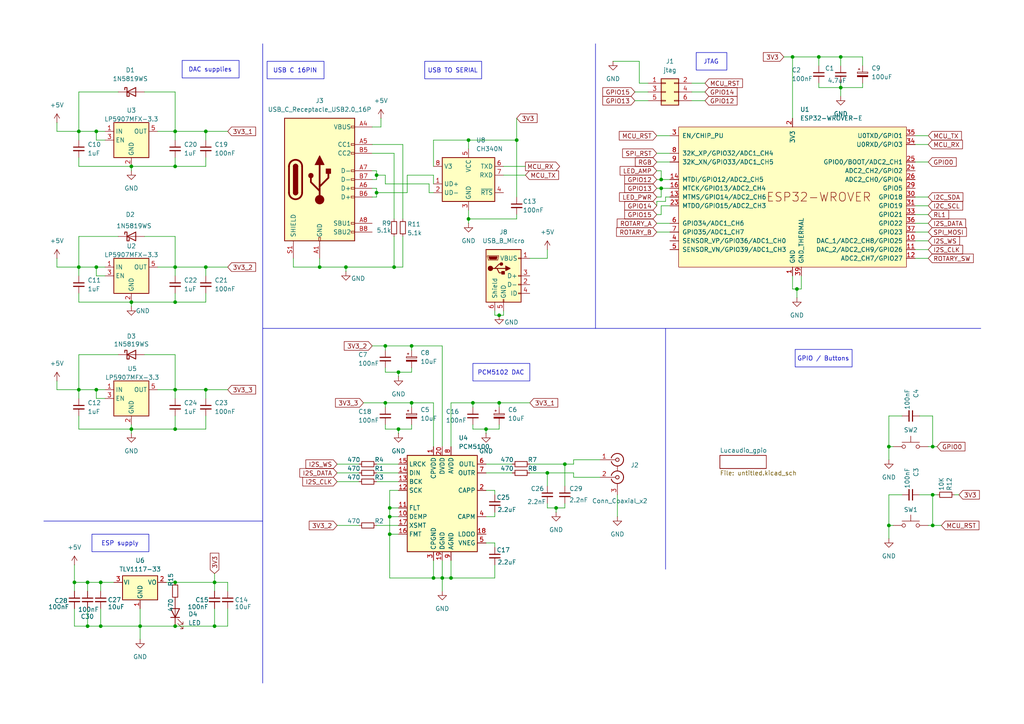
<source format=kicad_sch>
(kicad_sch (version 20231120) (generator "eeschema") (generator_version "8.0")
  (paper "A4")
  (title_block (title "LucaudioESP32") (date "2024-06-14") (rev "0.a") (comment 1 "Esp32 board running squeezelite for audio streaming"))
  (lib_symbols
    (symbol "Audio:PCM5100"
      (property "Reference" "U" (at -10.16 13.97 0))
      (property "Value" "PCM5100" (at 3.81 13.97 0))
      (symbol "PCM5100_1_1"
        (pin passive line (at -2.54 15.24 270) (length 2.54) (name "CPVDD") (number "1"))
        (pin input line (at -12.7 -5.08 0) (length 2.54) (name "DEMP") (number "10"))
        (pin input line (at -12.7 -2.54 0) (length 2.54) (name "FLT") (number "11"))
        (pin input line (at -12.7 2.54 0) (length 2.54) (name "SCK") (number "12"))
        (pin input line (at -12.7 5.08 0) (length 2.54) (name "BCK") (number "13"))
        (pin input line (at -12.7 7.62 0) (length 2.54) (name "DIN") (number "14"))
        (pin input line (at -12.7 10.16 0) (length 2.54) (name "LRCK") (number "15"))
        (pin input line (at -12.7 -10.16 0) (length 2.54) (name "FMT") (number "16"))
        (pin input line (at -12.7 -7.62 0) (length 2.54) (name "XSMT") (number "17"))
        (pin passive line (at 12.7 -10.16 180) (length 2.54) (name "LDOO") (number "18"))
        (pin power_in line (at 0 -17.78 90) (length 2.54) (name "DGND") (number "19"))
        (pin passive line (at 12.7 2.54 180) (length 2.54) (name "CAPP") (number "2"))
        (pin power_in line (at 0 15.24 270) (length 2.54) (name "DVDD") (number "20"))
        (pin power_in line (at -2.54 -17.78 90) (length 2.54) (name "CPGND") (number "3"))
        (pin passive line (at 12.7 -5.08 180) (length 2.54) (name "CAPM") (number "4"))
        (pin passive line (at 12.7 -12.7 180) (length 2.54) (name "VNEG") (number "5"))
        (pin output line (at 12.7 10.16 180) (length 2.54) (name "OUTL") (number "6"))
        (pin output line (at 12.7 7.62 180) (length 2.54) (name "OUTR") (number "7"))
        (pin power_in line (at 2.54 15.24 270) (length 2.54) (name "AVDD") (number "8"))
        (pin power_in line (at 2.54 -17.78 90) (length 2.54) (name "AGND") (number "9"))
      )
    )
    (symbol "Connector:Conn_Coaxial_x2" (pin_names (offset 1.016) hide)
      (property "Reference" "J" (at 0 5.715 0))
      (property "Value" "Conn_Coaxial_x2" (at 2.921 0 90))
      (symbol "Conn_Coaxial_x2_1_1"
        (pin passive line (at -5.08 2.54 0) (length 2.54) (name "IN1") (number "1"))
        (pin passive line (at -5.08 -2.54 0) (length 2.54) (name "IN2") (number "2"))
        (pin passive line (at 0 -7.62 90) (length 2.54) (name "EXT") (number "3"))
      )
    )
    (symbol "Connector:USB_B_Micro" (pin_names (offset 1.016))
      (property "Reference" "J" (at -5.08 11.43 0))
      (property "Value" "USB_B_Micro" (at -5.08 8.89 0))
      (symbol "USB_B_Micro_1_1"
        (pin power_out line (at 7.62 5.08 180) (length 2.54) (name "VBUS") (number "1"))
        (pin bidirectional line (at 7.62 -2.54 180) (length 2.54) (name "D-") (number "2"))
        (pin bidirectional line (at 7.62 0 180) (length 2.54) (name "D+") (number "3"))
        (pin passive line (at 7.62 -5.08 180) (length 2.54) (name "ID") (number "4"))
        (pin power_out line (at 0 -10.16 90) (length 2.54) (name "GND") (number "5"))
        (pin passive line (at -2.54 -10.16 90) (length 2.54) (name "Shield") (number "6"))
      )
    )
    (symbol "Connector:USB_C_Receptacle_USB2.0_16P" (pin_names (offset 1.016))
      (property "Reference" "J" (at 0 22.225 0))
      (property "Value" "USB_C_Receptacle_USB2.0_16P" (at 0 19.685 0))
      (symbol "USB_C_Receptacle_USB2.0_16P_1_1"
        (pin passive line (at 0 -22.86 90) (length 5.08) (name "GND") (number "A1"))
        (pin passive line (at 0 -22.86 90) (length 5.08) hide (name "GND") (number "A12"))
        (pin passive line (at 15.24 15.24 180) (length 5.08) (name "VBUS") (number "A4"))
        (pin bidirectional line (at 15.24 10.16 180) (length 5.08) (name "CC1") (number "A5"))
        (pin bidirectional line (at 15.24 -2.54 180) (length 5.08) (name "D+") (number "A6"))
        (pin bidirectional line (at 15.24 2.54 180) (length 5.08) (name "D-") (number "A7"))
        (pin bidirectional line (at 15.24 -12.7 180) (length 5.08) (name "SBU1") (number "A8"))
        (pin passive line (at 15.24 15.24 180) (length 5.08) hide (name "VBUS") (number "A9"))
        (pin passive line (at 0 -22.86 90) (length 5.08) hide (name "GND") (number "B1"))
        (pin passive line (at 0 -22.86 90) (length 5.08) hide (name "GND") (number "B12"))
        (pin passive line (at 15.24 15.24 180) (length 5.08) hide (name "VBUS") (number "B4"))
        (pin bidirectional line (at 15.24 7.62 180) (length 5.08) (name "CC2") (number "B5"))
        (pin bidirectional line (at 15.24 -5.08 180) (length 5.08) (name "D+") (number "B6"))
        (pin bidirectional line (at 15.24 0 180) (length 5.08) (name "D-") (number "B7"))
        (pin bidirectional line (at 15.24 -15.24 180) (length 5.08) (name "SBU2") (number "B8"))
        (pin passive line (at 15.24 15.24 180) (length 5.08) hide (name "VBUS") (number "B9"))
        (pin passive line (at -7.62 -22.86 90) (length 5.08) (name "SHIELD") (number "S1"))
      )
    )
    (symbol "Connector_Generic:Conn_02x03_Odd_Even" (pin_names (offset 1.016) hide)
      (property "Reference" "J" (at 1.27 5.08 0))
      (property "Value" "Conn_02x03_Odd_Even" (at 1.27 -5.08 0))
      (symbol "Conn_02x03_Odd_Even_1_1"
        (pin passive line (at -5.08 2.54 0) (length 3.81) (name "Pin_1") (number "1"))
        (pin passive line (at 7.62 2.54 180) (length 3.81) (name "Pin_2") (number "2"))
        (pin passive line (at -5.08 0 0) (length 3.81) (name "Pin_3") (number "3"))
        (pin passive line (at 7.62 0 180) (length 3.81) (name "Pin_4") (number "4"))
        (pin passive line (at -5.08 -2.54 0) (length 3.81) (name "Pin_5") (number "5"))
        (pin passive line (at 7.62 -2.54 180) (length 3.81) (name "Pin_6") (number "6"))
      )
    )
    (symbol "Device:C_Polarized_Small" (pin_numbers hide) (pin_names (offset 0.254) hide)
      (property "Reference" "C" (at 0.254 1.778 0))
      (property "Value" "C_Polarized_Small" (at 0.254 -2.032 0))
      (symbol "C_Polarized_Small_1_1"
        (pin passive line (at 0 2.54 270) (length 1.8542) (name "~") (number "1"))
        (pin passive line (at 0 -2.54 90) (length 1.8542) (name "~") (number "2"))
      )
    )
    (symbol "Device:C_Small" (pin_numbers hide) (pin_names (offset 0.254) hide)
      (property "Reference" "C" (at 0.254 1.778 0))
      (property "Value" "C_Small" (at 0.254 -2.032 0))
      (symbol "C_Small_1_1"
        (pin passive line (at 0 2.54 270) (length 2.032) (name "~") (number "1"))
        (pin passive line (at 0 -2.54 90) (length 2.032) (name "~") (number "2"))
      )
    )
    (symbol "Device:LED" (pin_numbers hide) (pin_names (offset 1.016) hide)
      (property "Reference" "D" (at 0 2.54 0))
      (property "Value" "LED" (at 0 -2.54 0))
      (symbol "LED_1_1"
        (pin passive line (at -3.81 0 0) (length 2.54) (name "K") (number "1"))
        (pin passive line (at 3.81 0 180) (length 2.54) (name "A") (number "2"))
      )
    )
    (symbol "Device:R_Small" (pin_numbers hide) (pin_names (offset 0.254) hide)
      (property "Reference" "R" (at 0.762 0.508 0))
      (property "Value" "R_Small" (at 0.762 -1.016 0))
      (symbol "R_Small_1_1"
        (pin passive line (at 0 2.54 270) (length 0.762) (name "~") (number "1"))
        (pin passive line (at 0 -2.54 90) (length 0.762) (name "~") (number "2"))
      )
    )
    (symbol "Diode:1N5819WS" (pin_numbers hide) (pin_names (offset 1.016) hide)
      (property "Reference" "D" (at 0 2.54 0))
      (property "Value" "1N5819WS" (at 0 -2.54 0))
      (symbol "1N5819WS_1_1"
        (pin passive line (at -3.81 0 0) (length 2.54) (name "K") (number "1"))
        (pin passive line (at 3.81 0 180) (length 2.54) (name "A") (number "2"))
      )
    )
    (symbol "Espressif:ESP32-WROVER-E" (pin_names (offset 1.016))
      (property "Reference" "U1" (at 2.1941 25.4 0))
      (property "Value" "ESP32-WROVER-E" (at 2.1941 22.86 0))
      (symbol "ESP32-WROVER-E_1_1"
        (text "ESP32-­WROVER" (at 7.62 0 0) (effects (font (size 2.54 2.54))))
        (pin power_in line (at 0 -22.86 90) (length 2.54) (name "GND") (number "1"))
        (pin bidirectional line (at 35.56 -12.7 180) (length 2.54) (name "DAC_1/ADC2_CH8/GPIO25") (number "10"))
        (pin bidirectional line (at 35.56 -15.24 180) (length 2.54) (name "DAC_2/ADC2_CH9/GPIO26") (number "11"))
        (pin bidirectional line (at 35.56 -17.78 180) (length 2.54) (name "ADC2_CH7/GPIO27") (number "12"))
        (pin bidirectional line (at -35.56 0 0) (length 2.54) (name "MTMS/GPIO14/ADC2_CH6") (number "13"))
        (pin bidirectional line (at -35.56 5.08 0) (length 2.54) (name "MTDI/GPIO12/ADC2_CH5") (number "14"))
        (pin passive line (at 0 -22.86 90) (length 2.54) hide (name "GND") (number "15"))
        (pin bidirectional line (at -35.56 2.54 0) (length 2.54) (name "MTCK/GPIO13/ADC2_CH4") (number "16"))
        (pin no_connect line (at -29.21 -22.86 90) (length 2.54) hide (name "NC") (number "17"))
        (pin no_connect line (at -8.89 -22.86 90) (length 2.54) hide (name "NC") (number "18"))
        (pin no_connect line (at -26.67 -22.86 90) (length 2.54) hide (name "NC") (number "19"))
        (pin power_in line (at 0 22.86 270) (length 2.54) (name "3V3") (number "2"))
        (pin no_connect line (at -24.13 -22.86 90) (length 2.54) hide (name "NC") (number "20"))
        (pin no_connect line (at -11.43 -22.86 90) (length 2.54) hide (name "NC") (number "21"))
        (pin no_connect line (at -13.97 -22.86 90) (length 2.54) hide (name "NC") (number "22"))
        (pin bidirectional line (at -35.56 -2.54 0) (length 2.54) (name "MTDO/GPIO15/ADC2_CH3") (number "23"))
        (pin bidirectional line (at 35.56 7.62 180) (length 2.54) (name "ADC2_CH2/GPIO2") (number "24"))
        (pin bidirectional line (at 35.56 10.16 180) (length 2.54) (name "GPIO0/BOOT/ADC2_CH1") (number "25"))
        (pin bidirectional line (at 35.56 5.08 180) (length 2.54) (name "ADC2_CH0/GPIO4") (number "26"))
        (pin no_connect line (at -16.51 -22.86 90) (length 2.54) hide (name "NC") (number "27"))
        (pin no_connect line (at -19.05 -22.86 90) (length 2.54) hide (name "NC") (number "28"))
        (pin bidirectional line (at 35.56 2.54 180) (length 2.54) (name "GPIO5") (number "29"))
        (pin input line (at -35.56 17.78 0) (length 2.54) (name "EN/CHIP_PU") (number "3"))
        (pin bidirectional line (at 35.56 0 180) (length 2.54) (name "GPIO18") (number "30"))
        (pin bidirectional line (at 35.56 -2.54 180) (length 2.54) (name "GPIO19") (number "31"))
        (pin no_connect line (at -21.59 -22.86 90) (length 2.54) hide (name "NC") (number "32"))
        (pin bidirectional line (at 35.56 -5.08 180) (length 2.54) (name "GPIO21") (number "33"))
        (pin bidirectional line (at 35.56 15.24 180) (length 2.54) (name "U0RXD/GPIO3") (number "34"))
        (pin bidirectional line (at 35.56 17.78 180) (length 2.54) (name "U0TXD/GPIO1") (number "35"))
        (pin bidirectional line (at 35.56 -7.62 180) (length 2.54) (name "GPIO22") (number "36"))
        (pin bidirectional line (at 35.56 -10.16 180) (length 2.54) (name "GPIO23") (number "37"))
        (pin passive line (at 0 -22.86 90) (length 2.54) hide (name "GND") (number "38"))
        (pin power_in line (at 2.54 -22.86 90) (length 2.54) (name "GND_THERMAL") (number "39"))
        (pin input line (at -35.56 -12.7 0) (length 2.54) (name "SENSOR_VP/GPIO36/ADC1_CH0") (number "4"))
        (pin input line (at -35.56 -15.24 0) (length 2.54) (name "SENSOR_VN/GPIO39/ADC1_CH3") (number "5"))
        (pin input line (at -35.56 -7.62 0) (length 2.54) (name "GPIO34/ADC1_CH6") (number "6"))
        (pin input line (at -35.56 -10.16 0) (length 2.54) (name "GPIO35/ADC1_CH7") (number "7"))
        (pin bidirectional line (at -35.56 12.7 0) (length 2.54) (name "32K_XP/GPIO32/ADC1_CH4") (number "8"))
        (pin bidirectional line (at -35.56 10.16 0) (length 2.54) (name "32K_XN/GPIO33/ADC1_CH5") (number "9"))
      )
    )
    (symbol "Interface_USB:CH340N"
      (property "Reference" "U" (at -7.62 6.35 0))
      (property "Value" "CH340N" (at 7.62 6.35 0))
      (symbol "CH340N_1_1"
        (pin bidirectional line (at -10.16 -2.54 0) (length 2.54) (name "UD+") (number "1"))
        (pin bidirectional line (at -10.16 -5.08 0) (length 2.54) (name "UD-") (number "2"))
        (pin power_in line (at 0 -10.16 90) (length 2.54) (name "GND") (number "3"))
        (pin output line (at 10.16 -5.08 180) (length 2.54) (name "~{RTS}") (number "4"))
        (pin power_in line (at 0 7.62 270) (length 2.54) (name "VCC") (number "5"))
        (pin output line (at 10.16 2.54 180) (length 2.54) (name "TXD") (number "6"))
        (pin input line (at 10.16 0 180) (length 2.54) (name "RXD") (number "7"))
        (pin passive line (at -10.16 2.54 0) (length 2.54) (name "V3") (number "8"))
      )
    )
    (symbol "Regulator_Linear:LP5907MFX-3.3"
      (property "Reference" "U" (at -3.81 6.35 0))
      (property "Value" "LP5907MFX-3.3" (at 6.35 6.35 0))
      (symbol "LP5907MFX-3.3_0_1"
        (pin power_in line (at -7.62 2.54 0) (length 2.54) (name "IN") (number "1"))
        (pin power_in line (at 0 -7.62 90) (length 2.54) (name "GND") (number "2"))
        (pin input line (at -7.62 0 0) (length 2.54) (name "EN") (number "3"))
        (pin no_connect line (at 5.08 0 180) (length 2.54) hide (name "NC") (number "4"))
        (pin power_out line (at 7.62 2.54 180) (length 2.54) (name "OUT") (number "5"))
      )
    )
    (symbol "Regulator_Linear:TLV1117-33" (pin_names (offset 0.254))
      (property "Reference" "U" (at -3.81 3.175 0))
      (property "Value" "TLV1117-33" (at 0 3.175 0))
      (symbol "TLV1117-33_1_1"
        (pin power_in line (at 0 -7.62 90) (length 2.54) (name "GND") (number "1"))
        (pin power_out line (at 7.62 0 180) (length 2.54) (name "VO") (number "2"))
        (pin power_in line (at -7.62 0 0) (length 2.54) (name "VI") (number "3"))
      )
    )
    (symbol "Switch:SW_Omron_B3FS" (pin_numbers hide) (pin_names (offset 1.016) hide)
      (property "Reference" "SW" (at 1.27 2.54 0))
      (property "Value" "SW_Omron_B3FS" (at 0 -1.524 0))
      (symbol "SW_Omron_B3FS_0_1"
        (pin passive line (at -5.08 0 0) (length 2.54) (name "1") (number "1"))
        (pin passive line (at 5.08 0 180) (length 2.54) (name "2") (number "2"))
      )
    )
    (symbol "power:+5V" (power) (pin_numbers hide) (pin_names (offset 0) hide)
      (property "Value" "+5V" (at 0 3.556 0))
      (symbol "+5V_1_1"
        (pin power_in line (at 0 0 90) (length 0) (name "~") (number "1"))
      )
    )
    (symbol "power:GND" (power) (pin_numbers hide) (pin_names (offset 0) hide)
      (property "Value" "GND" (at 0 -3.81 0))
      (symbol "GND_1_1"
        (pin power_in line (at 0 0 270) (length 0) (name "~") (number "1"))
      )
    )
  )
  (junction (at 62.23 168.91))
  (junction (at 191.77 52.07))
  (junction (at 50.8 181.61))
  (junction (at 38.1 48.26))
  (junction (at 111.76 116.84))
  (junction (at 59.69 38.1))
  (junction (at 128.27 167.64))
  (junction (at 130.81 167.64))
  (junction (at 50.8 48.26))
  (junction (at 113.03 149.86))
  (junction (at 100.33 77.47))
  (junction (at 109.22 55.88))
  (junction (at 144.78 91.44))
  (junction (at 22.86 113.03))
  (junction (at 229.87 16.51))
  (junction (at 25.4 168.91))
  (junction (at 50.8 124.46))
  (junction (at 21.59 168.91))
  (junction (at 50.8 77.47))
  (junction (at 158.75 137.16))
  (junction (at 137.16 116.84))
  (junction (at 50.8 113.03))
  (junction (at 270.51 129.54))
  (junction (at 27.94 113.03))
  (junction (at 38.1 124.46))
  (junction (at 119.38 116.84))
  (junction (at 243.84 16.51))
  (junction (at 59.69 77.47))
  (junction (at 62.23 181.61))
  (junction (at 111.76 100.33))
  (junction (at 161.29 147.32))
  (junction (at 59.69 113.03))
  (junction (at 115.57 107.95))
  (junction (at 40.64 181.61))
  (junction (at 29.21 181.61))
  (junction (at 125.73 167.64))
  (junction (at 149.86 40.64))
  (junction (at 243.84 25.4))
  (junction (at 119.38 100.33))
  (junction (at 257.81 152.4))
  (junction (at 109.22 50.8))
  (junction (at 270.51 152.4))
  (junction (at 92.71 77.47))
  (junction (at 27.94 77.47))
  (junction (at 113.03 147.32))
  (junction (at 257.81 129.54))
  (junction (at 50.8 87.63))
  (junction (at 270.51 143.51))
  (junction (at 115.57 124.46))
  (junction (at 113.03 154.94))
  (junction (at 22.86 77.47))
  (junction (at 114.3 77.47))
  (junction (at 22.86 38.1))
  (junction (at 50.8 38.1))
  (junction (at 191.77 54.61))
  (junction (at 38.1 87.63))
  (junction (at 27.94 38.1))
  (junction (at 50.8 168.91))
  (junction (at 144.78 116.84))
  (junction (at 135.89 63.5))
  (junction (at 163.83 134.62))
  (junction (at 237.49 16.51))
  (junction (at 29.21 168.91))
  (junction (at 25.4 181.61))
  (junction (at 135.89 40.64))
  (junction (at 231.14 83.82))
  (junction (at 140.97 124.46))
  (wire (pts (xy 29.21 181.61) (xy 25.4 181.61)))
  (wire (pts (xy 243.84 16.51) (xy 237.49 16.51)))
  (wire (pts (xy 143.51 157.48) (xy 143.51 158.75)))
  (wire (pts (xy 144.78 123.19) (xy 144.78 124.46)))
  (wire (pts (xy 237.49 19.05) (xy 237.49 16.51)))
  (wire (pts (xy 107.95 54.61) (xy 109.22 54.61)))
  (wire (pts (xy 50.8 68.58) (xy 50.8 77.47)))
  (wire (pts (xy 191.77 57.15) (xy 191.77 54.61)))
  (wire (pts (xy 119.38 116.84) (xy 119.38 118.11)))
  (wire (pts (xy 34.29 26.67) (xy 22.86 26.67)))
  (wire (pts (xy 173.99 138.43) (xy 166.37 138.43)))
  (wire (pts (xy 66.04 168.91) (xy 66.04 171.45)))
  (wire (pts (xy 85.09 77.47) (xy 92.71 77.47)))
  (wire (pts (xy 190.5 44.45) (xy 194.31 44.45)))
  (wire (pts (xy 158.75 137.16) (xy 166.37 137.16)))
  (wire (pts (xy 109.22 137.16) (xy 115.57 137.16)))
  (wire (pts (xy 137.16 123.19) (xy 137.16 124.46)))
  (wire (pts (xy 30.48 40.64) (xy 27.94 40.64)))
  (wire (pts (xy 140.97 137.16) (xy 148.59 137.16)))
  (wire (pts (xy 265.43 39.37) (xy 269.24 39.37)))
  (wire (pts (xy 111.76 53.34) (xy 124.46 53.34)))
  (wire (pts (xy 119.38 107.95) (xy 115.57 107.95)))
  (wire (pts (xy 27.94 80.01) (xy 27.94 77.47)))
  (wire (pts (xy 190.5 59.69) (xy 190.5 58.42)))
  (wire (pts (xy 193.04 58.42) (xy 193.04 57.15)))
  (wire (pts (xy 190.5 46.99) (xy 194.31 46.99)))
  (wire (pts (xy 38.1 124.46) (xy 38.1 125.73)))
  (wire (pts (xy 149.86 63.5) (xy 135.89 63.5)))
  (wire (pts (xy 137.16 116.84) (xy 130.81 116.84)))
  (wire (pts (xy 153.67 134.62) (xy 163.83 134.62)))
  (wire (pts (xy 114.3 68.58) (xy 114.3 77.47)))
  (wire (pts (xy 50.8 26.67) (xy 50.8 38.1)))
  (polyline (pts (xy 172.72 12.7) (xy 172.72 95.25)))
  (wire (pts (xy 200.66 29.21) (xy 204.47 29.21)))
  (wire (pts (xy 113.03 149.86) (xy 113.03 147.32)))
  (wire (pts (xy 29.21 168.91) (xy 25.4 168.91)))
  (wire (pts (xy 34.29 68.58) (xy 22.86 68.58)))
  (wire (pts (xy 59.69 120.65) (xy 59.69 124.46)))
  (wire (pts (xy 257.81 152.4) (xy 259.08 152.4)))
  (wire (pts (xy 237.49 24.13) (xy 237.49 25.4)))
  (wire (pts (xy 128.27 100.33) (xy 128.27 129.54)))
  (wire (pts (xy 59.69 115.57) (xy 59.69 113.03)))
  (wire (pts (xy 153.67 116.84) (xy 144.78 116.84)))
  (wire (pts (xy 22.86 48.26) (xy 38.1 48.26)))
  (wire (pts (xy 190.5 54.61) (xy 191.77 54.61)))
  (wire (pts (xy 41.91 26.67) (xy 50.8 26.67)))
  (wire (pts (xy 66.04 176.53) (xy 66.04 181.61)))
  (wire (pts (xy 40.64 181.61) (xy 50.8 181.61)))
  (wire (pts (xy 59.69 45.72) (xy 59.69 48.26)))
  (wire (pts (xy 135.89 60.96) (xy 135.89 63.5)))
  (wire (pts (xy 144.78 116.84) (xy 137.16 116.84)))
  (wire (pts (xy 22.86 45.72) (xy 22.86 48.26)))
  (wire (pts (xy 229.87 16.51) (xy 229.87 34.29)))
  (wire (pts (xy 243.84 24.13) (xy 243.84 25.4)))
  (wire (pts (xy 190.5 62.23) (xy 191.77 62.23)))
  (wire (pts (xy 143.51 163.83) (xy 143.51 167.64)))
  (wire (pts (xy 50.8 48.26) (xy 50.8 45.72)))
  (wire (pts (xy 97.79 139.7) (xy 104.14 139.7)))
  (wire (pts (xy 59.69 40.64) (xy 59.69 38.1)))
  (wire (pts (xy 237.49 25.4) (xy 243.84 25.4)))
  (wire (pts (xy 232.41 80.01) (xy 232.41 83.82)))
  (wire (pts (xy 143.51 148.59) (xy 143.51 149.86)))
  (wire (pts (xy 111.76 116.84) (xy 111.76 118.11)))
  (wire (pts (xy 130.81 116.84) (xy 130.81 129.54)))
  (wire (pts (xy 115.57 125.73) (xy 115.57 124.46)))
  (wire (pts (xy 143.51 142.24) (xy 140.97 142.24)))
  (wire (pts (xy 59.69 38.1) (xy 66.04 38.1)))
  (wire (pts (xy 109.22 55.88) (xy 109.22 57.15)))
  (wire (pts (xy 144.78 91.44) (xy 143.51 91.44)))
  (wire (pts (xy 231.14 83.82) (xy 231.14 86.36)))
  (wire (pts (xy 250.19 19.05) (xy 250.19 16.51)))
  (wire (pts (xy 191.77 59.69) (xy 194.31 59.69)))
  (wire (pts (xy 193.04 57.15) (xy 194.31 57.15)))
  (wire (pts (xy 113.03 154.94) (xy 113.03 149.86)))
  (wire (pts (xy 29.21 168.91) (xy 29.21 171.45)))
  (wire (pts (xy 143.51 167.64) (xy 130.81 167.64)))
  (wire (pts (xy 119.38 106.68) (xy 119.38 107.95)))
  (wire (pts (xy 265.43 41.91) (xy 269.24 41.91)))
  (wire (pts (xy 109.22 55.88) (xy 118.11 55.88)))
  (polyline (pts (xy 76.2 151.13) (xy 76.2 198.12)))
  (wire (pts (xy 125.73 167.64) (xy 128.27 167.64)))
  (wire (pts (xy 59.69 77.47) (xy 59.69 80.01)))
  (wire (pts (xy 229.87 83.82) (xy 231.14 83.82)))
  (wire (pts (xy 30.48 80.01) (xy 27.94 80.01)))
  (wire (pts (xy 111.76 100.33) (xy 111.76 101.6)))
  (wire (pts (xy 21.59 181.61) (xy 25.4 181.61)))
  (wire (pts (xy 97.79 134.62) (xy 104.14 134.62)))
  (wire (pts (xy 41.91 68.58) (xy 50.8 68.58)))
  (wire (pts (xy 111.76 107.95) (xy 115.57 107.95)))
  (wire (pts (xy 114.3 44.45) (xy 107.95 44.45)))
  (wire (pts (xy 161.29 147.32) (xy 158.75 147.32)))
  (wire (pts (xy 177.8 17.78) (xy 185.42 17.78)))
  (wire (pts (xy 257.81 120.65) (xy 257.81 129.54)))
  (wire (pts (xy 22.86 113.03) (xy 22.86 115.57)))
  (wire (pts (xy 22.86 38.1) (xy 22.86 40.64)))
  (wire (pts (xy 109.22 50.8) (xy 109.22 52.07)))
  (wire (pts (xy 135.89 63.5) (xy 135.89 64.77)))
  (wire (pts (xy 111.76 100.33) (xy 119.38 100.33)))
  (wire (pts (xy 137.16 116.84) (xy 137.16 118.11)))
  (wire (pts (xy 166.37 138.43) (xy 166.37 137.16)))
  (wire (pts (xy 125.73 48.26) (xy 125.73 40.64)))
  (wire (pts (xy 50.8 40.64) (xy 50.8 38.1)))
  (wire (pts (xy 92.71 77.47) (xy 92.71 74.93)))
  (wire (pts (xy 116.84 41.91) (xy 107.95 41.91)))
  (wire (pts (xy 185.42 17.78) (xy 185.42 24.13)))
  (wire (pts (xy 22.86 77.47) (xy 27.94 77.47)))
  (wire (pts (xy 161.29 148.59) (xy 161.29 147.32)))
  (wire (pts (xy 85.09 74.93) (xy 85.09 77.47)))
  (wire (pts (xy 116.84 63.5) (xy 116.84 41.91)))
  (wire (pts (xy 100.33 77.47) (xy 92.71 77.47)))
  (wire (pts (xy 50.8 87.63) (xy 38.1 87.63)))
  (wire (pts (xy 163.83 134.62) (xy 163.83 140.97)))
  (wire (pts (xy 265.43 69.85) (xy 269.24 69.85)))
  (wire (pts (xy 109.22 52.07) (xy 107.95 52.07)))
  (wire (pts (xy 124.46 55.88) (xy 125.73 55.88)))
  (wire (pts (xy 158.75 137.16) (xy 158.75 140.97)))
  (wire (pts (xy 25.4 168.91) (xy 21.59 168.91)))
  (wire (pts (xy 276.86 143.51) (xy 278.13 143.51)))
  (wire (pts (xy 232.41 83.82) (xy 231.14 83.82)))
  (polyline (pts (xy 76.2 95.25) (xy 284.48 95.25)))
  (wire (pts (xy 190.5 57.15) (xy 191.77 57.15)))
  (wire (pts (xy 191.77 52.07) (xy 194.31 52.07)))
  (wire (pts (xy 270.51 120.65) (xy 270.51 129.54)))
  (wire (pts (xy 21.59 168.91) (xy 21.59 163.83)))
  (wire (pts (xy 163.83 147.32) (xy 161.29 147.32)))
  (wire (pts (xy 16.51 35.56) (xy 16.51 38.1)))
  (wire (pts (xy 109.22 134.62) (xy 115.57 134.62)))
  (wire (pts (xy 128.27 162.56) (xy 128.27 167.64)))
  (wire (pts (xy 45.72 38.1) (xy 50.8 38.1)))
  (wire (pts (xy 190.5 67.31) (xy 194.31 67.31)))
  (wire (pts (xy 22.86 87.63) (xy 38.1 87.63)))
  (wire (pts (xy 130.81 162.56) (xy 130.81 167.64)))
  (polyline (pts (xy 76.2 12.7) (xy 76.2 151.13)))
  (wire (pts (xy 50.8 77.47) (xy 59.69 77.47)))
  (wire (pts (xy 59.69 85.09) (xy 59.69 87.63)))
  (wire (pts (xy 111.76 124.46) (xy 111.76 123.19)))
  (wire (pts (xy 116.84 68.58) (xy 116.84 77.47)))
  (wire (pts (xy 109.22 49.53) (xy 109.22 50.8)))
  (wire (pts (xy 250.19 25.4) (xy 250.19 24.13)))
  (wire (pts (xy 34.29 102.87) (xy 22.86 102.87)))
  (wire (pts (xy 59.69 113.03) (xy 50.8 113.03)))
  (wire (pts (xy 119.38 116.84) (xy 125.73 116.84)))
  (wire (pts (xy 111.76 50.8) (xy 111.76 53.34)))
  (wire (pts (xy 270.51 152.4) (xy 273.05 152.4)))
  (wire (pts (xy 140.97 134.62) (xy 148.59 134.62)))
  (wire (pts (xy 113.03 142.24) (xy 113.03 147.32)))
  (wire (pts (xy 38.1 48.26) (xy 50.8 48.26)))
  (wire (pts (xy 250.19 16.51) (xy 243.84 16.51)))
  (wire (pts (xy 243.84 25.4) (xy 250.19 25.4)))
  (wire (pts (xy 261.62 120.65) (xy 257.81 120.65)))
  (wire (pts (xy 16.51 77.47) (xy 22.86 77.47)))
  (wire (pts (xy 109.22 139.7) (xy 115.57 139.7)))
  (wire (pts (xy 191.77 49.53) (xy 191.77 52.07)))
  (wire (pts (xy 59.69 124.46) (xy 50.8 124.46)))
  (wire (pts (xy 191.77 54.61) (xy 194.31 54.61)))
  (wire (pts (xy 270.51 143.51) (xy 271.78 143.51)))
  (wire (pts (xy 143.51 91.44) (xy 143.51 90.17)))
  (wire (pts (xy 22.86 85.09) (xy 22.86 87.63)))
  (wire (pts (xy 265.43 72.39) (xy 269.24 72.39)))
  (wire (pts (xy 22.86 38.1) (xy 27.94 38.1)))
  (wire (pts (xy 143.51 143.51) (xy 143.51 142.24)))
  (wire (pts (xy 144.78 116.84) (xy 144.78 118.11)))
  (wire (pts (xy 115.57 142.24) (xy 113.03 142.24)))
  (wire (pts (xy 265.43 57.15) (xy 269.24 57.15)))
  (wire (pts (xy 158.75 72.39) (xy 158.75 74.93)))
  (wire (pts (xy 125.73 116.84) (xy 125.73 129.54)))
  (wire (pts (xy 265.43 59.69) (xy 269.24 59.69)))
  (wire (pts (xy 270.51 143.51) (xy 270.51 152.4)))
  (wire (pts (xy 113.03 147.32) (xy 115.57 147.32)))
  (wire (pts (xy 50.8 38.1) (xy 59.69 38.1)))
  (polyline (pts (xy 193.04 95.25) (xy 193.04 165.1)))
  (wire (pts (xy 184.15 29.21) (xy 187.96 29.21)))
  (wire (pts (xy 41.91 102.87) (xy 50.8 102.87)))
  (wire (pts (xy 107.95 49.53) (xy 109.22 49.53)))
  (wire (pts (xy 158.75 147.32) (xy 158.75 146.05)))
  (wire (pts (xy 163.83 146.05) (xy 163.83 147.32)))
  (wire (pts (xy 109.22 54.61) (xy 109.22 55.88)))
  (wire (pts (xy 113.03 167.64) (xy 125.73 167.64)))
  (wire (pts (xy 22.86 26.67) (xy 22.86 38.1)))
  (wire (pts (xy 185.42 24.13) (xy 187.96 24.13)))
  (wire (pts (xy 38.1 48.26) (xy 38.1 49.53)))
  (wire (pts (xy 109.22 50.8) (xy 111.76 50.8)))
  (wire (pts (xy 109.22 152.4) (xy 115.57 152.4)))
  (wire (pts (xy 158.75 74.93) (xy 153.67 74.93)))
  (wire (pts (xy 22.86 120.65) (xy 22.86 124.46)))
  (wire (pts (xy 62.23 168.91) (xy 62.23 171.45)))
  (wire (pts (xy 50.8 124.46) (xy 38.1 124.46)))
  (wire (pts (xy 48.26 168.91) (xy 50.8 168.91)))
  (wire (pts (xy 59.69 77.47) (xy 66.04 77.47)))
  (wire (pts (xy 200.66 26.67) (xy 204.47 26.67)))
  (wire (pts (xy 45.72 113.03) (xy 50.8 113.03)))
  (wire (pts (xy 116.84 77.47) (xy 114.3 77.47)))
  (wire (pts (xy 257.81 129.54) (xy 259.08 129.54)))
  (wire (pts (xy 149.86 34.29) (xy 149.86 40.64)))
  (wire (pts (xy 257.81 156.21) (xy 257.81 152.4)))
  (wire (pts (xy 140.97 157.48) (xy 143.51 157.48)))
  (wire (pts (xy 125.73 40.64) (xy 135.89 40.64)))
  (wire (pts (xy 229.87 80.01) (xy 229.87 83.82)))
  (wire (pts (xy 130.81 167.64) (xy 128.27 167.64)))
  (wire (pts (xy 38.1 87.63) (xy 38.1 88.9)))
  (wire (pts (xy 190.5 49.53) (xy 191.77 49.53)))
  (wire (pts (xy 140.97 124.46) (xy 140.97 125.73)))
  (wire (pts (xy 190.5 52.07) (xy 191.77 52.07)))
  (wire (pts (xy 107.95 36.83) (xy 110.49 36.83)))
  (wire (pts (xy 16.51 38.1) (xy 22.86 38.1)))
  (wire (pts (xy 25.4 168.91) (xy 25.4 171.45)))
  (wire (pts (xy 243.84 19.05) (xy 243.84 16.51)))
  (wire (pts (xy 146.05 91.44) (xy 144.78 91.44)))
  (wire (pts (xy 50.8 181.61) (xy 62.23 181.61)))
  (wire (pts (xy 265.43 62.23) (xy 269.24 62.23)))
  (wire (pts (xy 50.8 168.91) (xy 62.23 168.91)))
  (polyline (pts (xy 12.7 151.13) (xy 76.2 151.13)))
  (wire (pts (xy 16.51 74.93) (xy 16.51 77.47)))
  (wire (pts (xy 111.76 106.68) (xy 111.76 107.95)))
  (wire (pts (xy 33.02 168.91) (xy 29.21 168.91)))
  (wire (pts (xy 40.64 176.53) (xy 40.64 181.61)))
  (wire (pts (xy 50.8 85.09) (xy 50.8 87.63)))
  (wire (pts (xy 97.79 152.4) (xy 104.14 152.4)))
  (wire (pts (xy 27.94 38.1) (xy 30.48 38.1)))
  (wire (pts (xy 27.94 113.03) (xy 30.48 113.03)))
  (wire (pts (xy 261.62 143.51) (xy 257.81 143.51)))
  (wire (pts (xy 59.69 87.63) (xy 50.8 87.63)))
  (wire (pts (xy 227.33 16.51) (xy 229.87 16.51)))
  (wire (pts (xy 111.76 116.84) (xy 119.38 116.84)))
  (wire (pts (xy 128.27 167.64) (xy 128.27 171.45)))
  (wire (pts (xy 200.66 24.13) (xy 204.47 24.13)))
  (wire (pts (xy 190.5 58.42) (xy 193.04 58.42)))
  (wire (pts (xy 191.77 62.23) (xy 191.77 59.69)))
  (wire (pts (xy 269.24 46.99) (xy 265.43 46.99)))
  (wire (pts (xy 237.49 16.51) (xy 229.87 16.51)))
  (wire (pts (xy 166.37 134.62) (xy 166.37 133.35)))
  (wire (pts (xy 59.69 113.03) (xy 66.04 113.03)))
  (wire (pts (xy 115.57 154.94) (xy 113.03 154.94)))
  (wire (pts (xy 114.3 63.5) (xy 114.3 44.45)))
  (wire (pts (xy 149.86 40.64) (xy 135.89 40.64)))
  (wire (pts (xy 143.51 149.86) (xy 140.97 149.86)))
  (wire (pts (xy 265.43 67.31) (xy 269.24 67.31)))
  (wire (pts (xy 16.51 113.03) (xy 22.86 113.03)))
  (wire (pts (xy 146.05 50.8) (xy 152.4 50.8)))
  (wire (pts (xy 66.04 168.91) (xy 62.23 168.91)))
  (wire (pts (xy 22.86 68.58) (xy 22.86 77.47)))
  (wire (pts (xy 50.8 113.03) (xy 50.8 115.57)))
  (wire (pts (xy 50.8 120.65) (xy 50.8 124.46)))
  (wire (pts (xy 30.48 115.57) (xy 27.94 115.57)))
  (wire (pts (xy 270.51 152.4) (xy 269.24 152.4)))
  (wire (pts (xy 149.86 62.23) (xy 149.86 63.5)))
  (wire (pts (xy 146.05 48.26) (xy 152.4 48.26)))
  (wire (pts (xy 27.94 115.57) (xy 27.94 113.03)))
  (wire (pts (xy 184.15 26.67) (xy 187.96 26.67)))
  (wire (pts (xy 144.78 124.46) (xy 140.97 124.46)))
  (wire (pts (xy 62.23 168.91) (xy 62.23 166.37)))
  (wire (pts (xy 125.73 50.8) (xy 125.73 53.34)))
  (wire (pts (xy 66.04 181.61) (xy 62.23 181.61)))
  (wire (pts (xy 118.11 55.88) (xy 118.11 50.8)))
  (wire (pts (xy 40.64 181.61) (xy 40.64 185.42)))
  (wire (pts (xy 149.86 57.15) (xy 149.86 40.64)))
  (wire (pts (xy 119.38 100.33) (xy 119.38 101.6)))
  (wire (pts (xy 100.33 77.47) (xy 100.33 78.74)))
  (wire (pts (xy 265.43 74.93) (xy 269.24 74.93)))
  (wire (pts (xy 190.5 39.37) (xy 194.31 39.37)))
  (wire (pts (xy 45.72 77.47) (xy 50.8 77.47)))
  (wire (pts (xy 190.5 64.77) (xy 194.31 64.77)))
  (wire (pts (xy 38.1 124.46) (xy 38.1 123.19)))
  (wire (pts (xy 50.8 102.87) (xy 50.8 113.03)))
  (wire (pts (xy 29.21 176.53) (xy 29.21 181.61)))
  (wire (pts (xy 114.3 77.47) (xy 100.33 77.47)))
  (wire (pts (xy 25.4 181.61) (xy 25.4 176.53)))
  (wire (pts (xy 109.22 57.15) (xy 107.95 57.15)))
  (wire (pts (xy 243.84 25.4) (xy 243.84 27.94)))
  (wire (pts (xy 113.03 154.94) (xy 113.03 167.64)))
  (wire (pts (xy 22.86 80.01) (xy 22.86 77.47)))
  (wire (pts (xy 115.57 149.86) (xy 113.03 149.86)))
  (wire (pts (xy 163.83 134.62) (xy 166.37 134.62)))
  (wire (pts (xy 179.07 143.51) (xy 179.07 149.86)))
  (wire (pts (xy 22.86 113.03) (xy 27.94 113.03)))
  (wire (pts (xy 270.51 129.54) (xy 271.78 129.54)))
  (wire (pts (xy 115.57 107.95) (xy 115.57 109.22)))
  (wire (pts (xy 119.38 100.33) (xy 128.27 100.33)))
  (wire (pts (xy 137.16 124.46) (xy 140.97 124.46)))
  (wire (pts (xy 59.69 48.26) (xy 50.8 48.26)))
  (wire (pts (xy 153.67 137.16) (xy 158.75 137.16)))
  (wire (pts (xy 107.95 100.33) (xy 111.76 100.33)))
  (wire (pts (xy 50.8 77.47) (xy 50.8 80.01)))
  (wire (pts (xy 21.59 168.91) (xy 21.59 171.45)))
  (wire (pts (xy 110.49 36.83) (xy 110.49 34.29)))
  (wire (pts (xy 16.51 110.49) (xy 16.51 113.03)))
  (wire (pts (xy 21.59 176.53) (xy 21.59 181.61)))
  (wire (pts (xy 266.7 143.51) (xy 270.51 143.51)))
  (wire (pts (xy 125.73 162.56) (xy 125.73 167.64)))
  (wire (pts (xy 29.21 181.61) (xy 40.64 181.61)))
  (wire (pts (xy 62.23 176.53) (xy 62.23 181.61)))
  (wire (pts (xy 27.94 40.64) (xy 27.94 38.1)))
  (wire (pts (xy 266.7 120.65) (xy 270.51 120.65)))
  (wire (pts (xy 105.41 116.84) (xy 111.76 116.84)))
  (wire (pts (xy 146.05 90.17) (xy 146.05 91.44)))
  (wire (pts (xy 135.89 40.64) (xy 135.89 43.18)))
  (wire (pts (xy 119.38 123.19) (xy 119.38 124.46)))
  (wire (pts (xy 115.57 124.46) (xy 111.76 124.46)))
  (wire (pts (xy 22.86 124.46) (xy 38.1 124.46)))
  (wire (pts (xy 257.81 143.51) (xy 257.81 152.4)))
  (wire (pts (xy 166.37 133.35) (xy 173.99 133.35)))
  (wire (pts (xy 27.94 77.47) (xy 30.48 77.47)))
  (wire (pts (xy 119.38 124.46) (xy 115.57 124.46)))
  (wire (pts (xy 124.46 53.34) (xy 124.46 55.88)))
  (wire (pts (xy 97.79 137.16) (xy 104.14 137.16)))
  (wire (pts (xy 118.11 50.8) (xy 125.73 50.8)))
  (wire (pts (xy 265.43 64.77) (xy 269.24 64.77)))
  (wire (pts (xy 257.81 129.54) (xy 257.81 133.35)))
  (wire (pts (xy 270.51 129.54) (xy 269.24 129.54)))
  (wire (pts (xy 22.86 102.87) (xy 22.86 113.03)))
  (rectangle (start 201.93 15.24) (end 210.82 20.32))
  (rectangle (start 26.67 154.94) (end 43.18 160.02))
  (rectangle (start 52.832 17.526) (end 69.342 22.606))
  (rectangle (start 137.16 105.41) (end 153.67 110.49))
  (rectangle (start 123.19 17.78) (end 139.7 22.86))
  (rectangle (start 230.632 101.346) (end 247.142 106.426))
  (rectangle (start 77.47 17.78) (end 93.98 22.86))
  (text "PCM5102 DAC" (at 145.288 108.204 0) (effects (font (size 1.27 1.27))))
  (text "USB C 16PIN" (at 85.598 20.574 0) (effects (font (size 1.27 1.27))))
  (text "DAC supplies" (at 60.96 20.32 0) (effects (font (size 1.27 1.27))))
  (text "GPIO / Buttons" (at 238.76 104.14 0) (effects (font (size 1.27 1.27))))
  (text "JTAG" (at 206.248 18.034 0) (effects (font (size 1.27 1.27))))
  (text "ESP supply" (at 34.798 157.734 0) (effects (font (size 1.27 1.27))))
  (text "USB TO SERIAL" (at 131.318 20.574 0) (effects (font (size 1.27 1.27))))
  (global_label "MCU_RST" (shape input) (at 204.47 24.13 0) (property "Intersheetrefs" "${INTERSHEET_REFS}" (effects (hide yes))))
  (global_label "GPIO13" (shape input) (at 190.5 54.61 180) (property "Intersheetrefs" "${INTERSHEET_REFS}" (effects (hide yes))))
  (global_label "I2S_WS" (shape input) (at 97.79 134.62 180) (property "Intersheetrefs" "${INTERSHEET_REFS}" (effects (hide yes))))
  (global_label "3V3" (shape input) (at 149.86 34.29 0) (property "Intersheetrefs" "${INTERSHEET_REFS}" (effects (hide yes))))
  (global_label "SPI_MOSI" (shape input) (at 269.24 67.31 0) (property "Intersheetrefs" "${INTERSHEET_REFS}" (effects (hide yes))))
  (global_label "GPIO15" (shape input) (at 190.5 62.23 180) (property "Intersheetrefs" "${INTERSHEET_REFS}" (effects (hide yes))))
  (global_label "3V3" (shape input) (at 278.13 143.51 0) (property "Intersheetrefs" "${INTERSHEET_REFS}" (effects (hide yes))))
  (global_label "GPIO14" (shape input) (at 190.5 59.69 180) (property "Intersheetrefs" "${INTERSHEET_REFS}" (effects (hide yes))))
  (global_label "RL1" (shape input) (at 269.24 62.23 0) (property "Intersheetrefs" "${INTERSHEET_REFS}" (effects (hide yes))))
  (global_label "GPIO12" (shape input) (at 190.5 52.07 180) (property "Intersheetrefs" "${INTERSHEET_REFS}" (effects (hide yes))))
  (global_label "MCU_RX" (shape input) (at 269.24 41.91 0) (property "Intersheetrefs" "${INTERSHEET_REFS}" (effects (hide yes))))
  (global_label "MCU_TX" (shape input) (at 269.24 39.37 0) (property "Intersheetrefs" "${INTERSHEET_REFS}" (effects (hide yes))))
  (global_label "3V3_1" (shape input) (at 66.04 38.1 0) (property "Intersheetrefs" "${INTERSHEET_REFS}" (effects (hide yes))))
  (global_label "3V3" (shape input) (at 227.33 16.51 180) (property "Intersheetrefs" "${INTERSHEET_REFS}" (effects (hide yes))))
  (global_label "GPIO13" (shape input) (at 184.15 29.21 180) (property "Intersheetrefs" "${INTERSHEET_REFS}" (effects (hide yes))))
  (global_label "MCU_RST" (shape input) (at 190.5 39.37 180) (property "Intersheetrefs" "${INTERSHEET_REFS}" (effects (hide yes))))
  (global_label "ROTARY_A" (shape input) (at 190.5 64.77 180) (property "Intersheetrefs" "${INTERSHEET_REFS}" (effects (hide yes))))
  (global_label "I2C_SDA" (shape input) (at 269.24 57.15 0) (property "Intersheetrefs" "${INTERSHEET_REFS}" (effects (hide yes))))
  (global_label "3V3_1" (shape input) (at 153.67 116.84 0) (property "Intersheetrefs" "${INTERSHEET_REFS}" (effects (hide yes))))
  (global_label "ROTARY_SW" (shape input) (at 269.24 74.93 0) (property "Intersheetrefs" "${INTERSHEET_REFS}" (effects (hide yes))))
  (global_label "MCU_RST" (shape input) (at 273.05 152.4 0) (property "Intersheetrefs" "${INTERSHEET_REFS}" (effects (hide yes))))
  (global_label "3V3" (shape input) (at 62.23 166.37 90) (property "Intersheetrefs" "${INTERSHEET_REFS}" (effects (hide yes))))
  (global_label "I2C_SCL" (shape input) (at 269.24 59.69 0) (property "Intersheetrefs" "${INTERSHEET_REFS}" (effects (hide yes))))
  (global_label "GPIO15" (shape input) (at 184.15 26.67 180) (property "Intersheetrefs" "${INTERSHEET_REFS}" (effects (hide yes))))
  (global_label "I2S_DATA" (shape input) (at 269.24 64.77 0) (property "Intersheetrefs" "${INTERSHEET_REFS}" (effects (hide yes))))
  (global_label "GPIO0" (shape input) (at 271.78 129.54 0) (property "Intersheetrefs" "${INTERSHEET_REFS}" (effects (hide yes))))
  (global_label "I2S_CLK" (shape input) (at 269.24 72.39 0) (property "Intersheetrefs" "${INTERSHEET_REFS}" (effects (hide yes))))
  (global_label "MCU_RX" (shape output) (at 152.4 48.26 0) (property "Intersheetrefs" "${INTERSHEET_REFS}" (effects (hide yes))))
  (global_label "I2S_CLK" (shape input) (at 97.79 139.7 180) (property "Intersheetrefs" "${INTERSHEET_REFS}" (effects (hide yes))))
  (global_label "LED_AMP" (shape input) (at 190.5 49.53 180) (property "Intersheetrefs" "${INTERSHEET_REFS}" (effects (hide yes))))
  (global_label "RGB" (shape input) (at 190.5 46.99 180) (property "Intersheetrefs" "${INTERSHEET_REFS}" (effects (hide yes))))
  (global_label "GPIO12" (shape input) (at 204.47 29.21 0) (property "Intersheetrefs" "${INTERSHEET_REFS}" (effects (hide yes))))
  (global_label "3V3_2" (shape input) (at 66.04 77.47 0) (property "Intersheetrefs" "${INTERSHEET_REFS}" (effects (hide yes))))
  (global_label "LED_PWR" (shape input) (at 190.5 57.15 180) (property "Intersheetrefs" "${INTERSHEET_REFS}" (effects (hide yes))))
  (global_label "GPIO0" (shape input) (at 269.24 46.99 0) (property "Intersheetrefs" "${INTERSHEET_REFS}" (effects (hide yes))))
  (global_label "3V3_2" (shape input) (at 97.79 152.4 180) (property "Intersheetrefs" "${INTERSHEET_REFS}" (effects (hide yes))))
  (global_label "I2S_WS" (shape input) (at 269.24 69.85 0) (property "Intersheetrefs" "${INTERSHEET_REFS}" (effects (hide yes))))
  (global_label "I2S_DATA" (shape input) (at 97.79 137.16 180) (property "Intersheetrefs" "${INTERSHEET_REFS}" (effects (hide yes))))
  (global_label "3V3_3" (shape input) (at 66.04 113.03 0) (property "Intersheetrefs" "${INTERSHEET_REFS}" (effects (hide yes))))
  (global_label "ROTARY_B" (shape input) (at 190.5 67.31 180) (property "Intersheetrefs" "${INTERSHEET_REFS}" (effects (hide yes))))
  (global_label "GPIO14" (shape input) (at 204.47 26.67 0) (property "Intersheetrefs" "${INTERSHEET_REFS}" (effects (hide yes))))
  (global_label "MCU_TX" (shape input) (at 152.4 50.8 0) (property "Intersheetrefs" "${INTERSHEET_REFS}" (effects (hide yes))))
  (global_label "3V3_2" (shape input) (at 107.95 100.33 180) (property "Intersheetrefs" "${INTERSHEET_REFS}" (effects (hide yes))))
  (global_label "SPI_RST" (shape input) (at 190.5 44.45 180) (property "Intersheetrefs" "${INTERSHEET_REFS}" (effects (hide yes))))
  (global_label "3V3_3" (shape input) (at 105.41 116.84 180) (property "Intersheetrefs" "${INTERSHEET_REFS}" (effects (hide yes))))
  (symbol (lib_id "Device:R_Small") (at 151.13 137.16 90) (unit 1)
    (property "Reference" "R8" (at 154.432 135.89 90))
    (property "Value" "470" (at 147.066 135.89 90))
    (property "Footprint" "Resistor_SMD:R_1206_3216Metric_Pad1.30x1.75mm_HandSolder" (effects (hide yes)))
    (property "Description" "Resistor, small symbol" (effects (hide yes)))
  )
  (symbol (lib_id "power:GND") (at 177.8 17.78 0) (unit 1)
    (property "Reference" "#PWR0116" (effects (hide yes)))
    (property "Value" "GND" (at 177.8 22.86 0))
    (property "Description" "Power symbol creates a global label with name \"GND\" , ground" (effects (hide yes)))
  )
  (symbol (lib_id "power:GND") (at 144.78 91.44 0) (unit 1)
    (property "Reference" "#PWR010" (effects (hide yes)))
    (property "Value" "GND" (at 148.336 93.472 0))
    (property "Description" "Power symbol creates a global label with name \"GND\" , ground" (effects (hide yes)))
  )
  (symbol (lib_id "Device:C_Small") (at 237.49 21.59 0) (unit 1)
    (property "Reference" "C2" (at 229.616 20.32 0) (effects (justify left)))
    (property "Value" "100nF" (at 229.616 22.86 0) (effects (justify left)))
    (property "Footprint" "Capacitor_SMD:C_0805_2012Metric_Pad1.18x1.45mm_HandSolder" (effects (hide yes)))
    (property "Description" "Unpolarized capacitor, small symbol" (effects (hide yes)))
  )
  (symbol (lib_id "Device:R_Small") (at 50.8 171.45 180) (unit 1)
    (property "Reference" "R15" (at 49.53 168.148 90))
    (property "Value" "470" (at 49.53 175.514 90))
    (property "Footprint" "Resistor_SMD:R_0805_2012Metric_Pad1.20x1.40mm_HandSolder" (effects (hide yes)))
    (property "Description" "Resistor, small symbol" (effects (hide yes)))
  )
  (symbol (lib_id "power:GND") (at 40.64 185.42 0) (unit 1)
    (property "Reference" "#PWR0121" (effects (hide yes)))
    (property "Value" "GND" (at 40.64 190.5 0))
    (property "Description" "Power symbol creates a global label with name \"GND\" , ground" (effects (hide yes)))
  )
  (symbol (lib_id "Device:C_Small") (at 163.83 143.51 0) (unit 1)
    (property "Reference" "C29" (at 165.1 141.732 0) (effects (justify left)))
    (property "Value" "2.2nF" (at 165.1 145.034 0) (effects (justify left)))
    (property "Footprint" "Capacitor_SMD:C_0805_2012Metric_Pad1.18x1.45mm_HandSolder" (effects (hide yes)))
    (property "Description" "Unpolarized capacitor, small symbol" (effects (hide yes)))
  )
  (symbol (lib_id "Regulator_Linear:LP5907MFX-3.3") (at 38.1 40.64 0) (unit 1)
    (property "Reference" "U3" (at 38.1 32.004 0))
    (property "Value" "LP5907MFX-3.3" (at 38.1 34.544 0))
    (property "Footprint" "Package_TO_SOT_SMD:SOT-23-5" (effects (hide yes)))
    (property "Datasheet" "http://www.ti.com/lit/ds/symlink/lp5907.pdf" (effects (hide yes)))
    (property "Description" "250-mA Ultra-Low-Noise Low-IQ LDO, 3.3V, SOT-23" (effects (hide yes)))
  )
  (symbol (lib_id "Diode:1N5819WS") (at 38.1 68.58 0) (unit 1)
    (property "Reference" "D2" (at 37.7825 62.23 0))
    (property "Value" "1N5819WS" (at 38.862 65.532 0))
    (property "Footprint" "Diode_SMD:D_SOD-323_HandSoldering" (effects (hide yes)))
    (property "Datasheet" "https://datasheet.lcsc.com/lcsc/2204281430_Guangdong-Hottech-1N5819WS_C191023.pdf" (effects (hide yes)))
    (property "Description" "40V 600mV@1A 1A SOD-323 Schottky Barrier Diodes, SOD-323" (effects (hide yes)))
  )
  (symbol (lib_id "Diode:1N5819WS") (at 38.1 102.87 0) (unit 1)
    (property "Reference" "D3" (at 38.1 97.536 0))
    (property "Value" "1N5819WS" (at 38.1 99.822 0))
    (property "Footprint" "Diode_SMD:D_SOD-323_HandSoldering" (effects (hide yes)))
    (property "Datasheet" "https://datasheet.lcsc.com/lcsc/2204281430_Guangdong-Hottech-1N5819WS_C191023.pdf" (effects (hide yes)))
    (property "Description" "40V 600mV@1A 1A SOD-323 Schottky Barrier Diodes, SOD-323" (effects (hide yes)))
  )
  (symbol (lib_id "Device:C_Small") (at 50.8 82.55 0) (unit 1)
    (property "Reference" "C22" (at 53.34 81.2862 0) (effects (justify left)))
    (property "Value" "1uF" (at 53.34 83.8262 0) (effects (justify left)))
    (property "Footprint" "Capacitor_SMD:C_0805_2012Metric" (effects (hide yes)))
    (property "Description" "Unpolarized capacitor, small symbol" (effects (hide yes)))
  )
  (symbol (lib_id "power:GND") (at 115.57 109.22 0) (unit 1)
    (property "Reference" "#PWR0104" (effects (hide yes)))
    (property "Value" "GND" (at 115.57 114.3 0))
    (property "Description" "Power symbol creates a global label with name \"GND\" , ground" (effects (hide yes)))
  )
  (symbol (lib_id "Espressif:ESP32-WROVER-E") (at 229.87 57.15 0) (unit 1)
    (property "Reference" "U1" (at 232.0641 31.75 0) (effects (justify left)))
    (property "Value" "ESP32-WROVER-E" (at 232.0641 34.29 0) (effects (justify left)))
    (property "Footprint" "Espressif:ESP32-WROVER-E" (effects (hide yes)))
    (property "Datasheet" "https://www.espressif.com/sites/default/files/documentation/esp32-wrover-e_esp32-wrover-ie_datasheet_en.pdf" (effects (hide yes)))
    (property "Description" "ESP32-WROVER-E and ESP32-WROVER-IE are two powerful, generic WiFi-BT-BLE MCU modules that target a wide variety of applications, ranging from low-power sensor networks to the most demanding tasks, such as voice encoding, music streaming and MP3 decoding. ESP32-WROVER-E comes with a PCB antenna, and ESP32-WROVER-IE with an IPEX antenna. They both featurea 4 MB external SPI flash and an additional 8 MB SPI Pseudo static RAM (PSRAM)." (effects (hide yes)))
  )
  (symbol (lib_id "Connector:USB_C_Receptacle_USB2.0_16P") (at 92.71 52.07 0) (unit 1)
    (property "Reference" "J3" (at 92.71 29.21 0))
    (property "Value" "USB_C_Receptacle_USB2.0_16P" (at 92.71 31.75 0))
    (property "Footprint" "Connector_USB:USB_C_Receptacle_G-Switch_GT-USB-7010ASV" (effects (hide yes)))
    (property "Datasheet" "https://www.usb.org/sites/default/files/documents/usb_type-c.zip" (effects (hide yes)))
    (property "Description" "USB 2.0-only 16P Type-C Receptacle connector" (effects (hide yes)))
  )
  (symbol (lib_id "Device:C_Polarized_Small") (at 250.19 21.59 0) (unit 1)
    (property "Reference" "C9" (at 252.73 19.7738 0) (effects (justify left)))
    (property "Value" "100uF" (at 252.73 22.3138 0) (effects (justify left)))
    (property "Footprint" "Capacitor_SMD:CP_Elec_5x4.5" (effects (hide yes)))
    (property "Description" "Polarized capacitor, small symbol" (effects (hide yes)))
  )
  (symbol (lib_id "Device:C_Small") (at 158.75 143.51 0) (unit 1)
    (property "Reference" "C26" (at 153.924 141.732 0) (effects (justify left)))
    (property "Value" "2.2nF" (at 152.908 145.542 0) (effects (justify left)))
    (property "Footprint" "Capacitor_SMD:C_0805_2012Metric_Pad1.18x1.45mm_HandSolder" (effects (hide yes)))
    (property "Description" "Unpolarized capacitor, small symbol" (effects (hide yes)))
  )
  (symbol (lib_id "Device:C_Small") (at 22.86 118.11 0) (unit 1)
    (property "Reference" "C12" (at 25.4 116.8462 0) (effects (justify left)))
    (property "Value" "1uF" (at 25.4 119.3862 0) (effects (justify left)))
    (property "Footprint" "Capacitor_SMD:C_0805_2012Metric" (effects (hide yes)))
    (property "Description" "Unpolarized capacitor, small symbol" (effects (hide yes)))
  )
  (symbol (lib_id "power:GND") (at 161.29 148.59 0) (unit 1)
    (property "Reference" "#PWR0112" (effects (hide yes)))
    (property "Value" "GND" (at 161.29 153.67 0))
    (property "Description" "Power symbol creates a global label with name \"GND\" , ground" (effects (hide yes)))
  )
  (symbol (lib_id "power:GND") (at 140.97 125.73 0) (unit 1)
    (property "Reference" "#PWR0123" (effects (hide yes)))
    (property "Value" "GND" (at 140.97 130.81 0))
    (property "Description" "Power symbol creates a global label with name \"GND\" , ground" (effects (hide yes)))
  )
  (symbol (lib_id "Device:C_Small") (at 62.23 173.99 0) (unit 1)
    (property "Reference" "C15" (at 56.642 173.99 0) (effects (justify left)))
    (property "Value" "100nF" (at 54.356 176.022 0) (effects (justify left)))
    (property "Footprint" "Capacitor_SMD:C_0805_2012Metric" (effects (hide yes)))
    (property "Description" "Unpolarized capacitor, small symbol" (effects (hide yes)))
  )
  (symbol (lib_id "Switch:SW_Omron_B3FS") (at 264.16 152.4 0) (unit 1)
    (property "Reference" "SW1" (at 264.16 147.828 0))
    (property "Value" "SW_Omron_B3FS" (effects (hide yes)))
    (property "Footprint" "Button_Switch_SMD:SW_SPST_Omron_B3FS-100xP" (effects (hide yes)))
    (property "Datasheet" "https://omronfs.omron.com/en_US/ecb/products/pdf/en-b3fs.pdf" (effects (hide yes)))
    (property "Description" "Omron B3FS 6x6mm single pole normally-open tactile switch" (effects (hide yes)))
  )
  (symbol (lib_id "Device:C_Small") (at 66.04 173.99 0) (unit 1)
    (property "Reference" "C14" (at 68.072 173.99 0) (effects (justify left)))
    (property "Value" "10uF" (at 68.072 176.022 0) (effects (justify left)))
    (property "Footprint" "Capacitor_SMD:C_0805_2012Metric" (effects (hide yes)))
    (property "Description" "Unpolarized capacitor, small symbol" (effects (hide yes)))
  )
  (symbol (lib_id "Device:R_Small") (at 274.32 143.51 270) (unit 1)
    (property "Reference" "R12" (at 275.336 138.43 0) (effects (justify left)))
    (property "Value" "10K" (at 273.05 138.43 0) (effects (justify left)))
    (property "Footprint" "Resistor_SMD:R_0805_2012Metric_Pad1.20x1.40mm_HandSolder" (effects (hide yes)))
    (property "Description" "Resistor, small symbol" (effects (hide yes)))
  )
  (symbol (lib_id "Device:C_Small") (at 143.51 161.29 0) (unit 1)
    (property "Reference" "C17" (at 144.018 159.512 0) (effects (justify left)))
    (property "Value" "2.2uF" (at 144.272 163.068 0) (effects (justify left)))
    (property "Footprint" "Capacitor_SMD:C_0805_2012Metric_Pad1.18x1.45mm_HandSolder" (effects (hide yes)))
    (property "Description" "Unpolarized capacitor, small symbol" (effects (hide yes)))
  )
  (symbol (lib_id "power:GND") (at 38.1 125.73 0) (unit 1)
    (property "Reference" "#PWR0118" (effects (hide yes)))
    (property "Value" "GND" (at 38.1 130.81 0))
    (property "Description" "Power symbol creates a global label with name \"GND\" , ground" (effects (hide yes)))
  )
  (symbol (lib_id "power:GND") (at 179.07 149.86 0) (unit 1)
    (property "Reference" "#PWR0113" (effects (hide yes)))
    (property "Value" "GND" (at 179.07 154.94 0))
    (property "Description" "Power symbol creates a global label with name \"GND\" , ground" (effects (hide yes)))
  )
  (symbol (lib_id "Regulator_Linear:TLV1117-33") (at 40.64 168.91 0) (unit 1)
    (property "Reference" "U6" (at 40.64 162.56 0))
    (property "Value" "TLV1117-33" (at 40.64 165.1 0))
    (property "Footprint" "Package_TO_SOT_SMD:SOT-223-3_TabPin2" (effects (hide yes)))
    (property "Datasheet" "http://www.ti.com/lit/ds/symlink/tlv1117.pdf" (effects (hide yes)))
    (property "Description" "800mA Low-Dropout Linear Regulator, 3.3V fixed output, TO-220/TO-252/TO-263/SOT-223" (effects (hide yes)))
  )
  (symbol (lib_id "Connector:USB_B_Micro") (at 146.05 80.01 0) (unit 1)
    (property "Reference" "J8" (at 146.05 67.31 0))
    (property "Value" "USB_B_Micro" (at 146.05 69.85 0))
    (property "Footprint" "Connector_USB:USB_Micro-B_Molex-105017-0001" (effects (hide yes)))
    (property "Description" "USB Micro Type B connector" (effects (hide yes)))
  )
  (symbol (lib_id "power:GND") (at 38.1 49.53 0) (unit 1)
    (property "Reference" "#PWR0101" (effects (hide yes)))
    (property "Value" "GND" (at 38.1 54.61 0))
    (property "Description" "Power symbol creates a global label with name \"GND\" , ground" (effects (hide yes)))
  )
  (symbol (lib_id "Device:R_Small") (at 106.68 152.4 90) (unit 1)
    (property "Reference" "R2" (at 109.982 151.13 90))
    (property "Value" "470" (at 102.616 151.13 90))
    (property "Footprint" "Resistor_SMD:R_0805_2012Metric_Pad1.20x1.40mm_HandSolder" (effects (hide yes)))
    (property "Description" "Resistor, small symbol" (effects (hide yes)))
  )
  (symbol (lib_id "Device:C_Small") (at 21.59 173.99 0) (unit 1)
    (property "Reference" "C28" (at 15.748 174.244 0) (effects (justify left)))
    (property "Value" "100nF" (at 13.97 176.022 0) (effects (justify left)))
    (property "Footprint" "Capacitor_SMD:C_0805_2012Metric" (effects (hide yes)))
    (property "Description" "Unpolarized capacitor, small symbol" (effects (hide yes)))
  )
  (symbol (lib_id "Device:C_Small") (at 59.69 43.18 0) (unit 1)
    (property "Reference" "C19" (at 62.23 41.9162 0) (effects (justify left)))
    (property "Value" "100nF" (at 62.23 44.4562 0) (effects (justify left)))
    (property "Footprint" "Capacitor_SMD:C_0805_2012Metric" (effects (hide yes)))
    (property "Description" "Unpolarized capacitor, small symbol" (effects (hide yes)))
  )
  (symbol (lib_id "Device:C_Small") (at 143.51 146.05 0) (unit 1)
    (property "Reference" "C25" (at 144.018 144.272 0) (effects (justify left)))
    (property "Value" "2.2uF" (at 144.272 147.828 0) (effects (justify left)))
    (property "Footprint" "Capacitor_SMD:C_0805_2012Metric_Pad1.18x1.45mm_HandSolder" (effects (hide yes)))
    (property "Description" "Unpolarized capacitor, small symbol" (effects (hide yes)))
  )
  (symbol (lib_id "Device:C_Small") (at 22.86 82.55 0) (unit 1)
    (property "Reference" "C11" (at 25.4 81.2862 0) (effects (justify left)))
    (property "Value" "1uF" (at 25.4 83.8262 0) (effects (justify left)))
    (property "Footprint" "Capacitor_SMD:C_0805_2012Metric" (effects (hide yes)))
    (property "Description" "Unpolarized capacitor, small symbol" (effects (hide yes)))
  )
  (symbol (lib_id "Device:C_Small") (at 59.69 82.55 0) (unit 1)
    (property "Reference" "C21" (at 62.23 81.2862 0) (effects (justify left)))
    (property "Value" "100nF" (at 62.23 83.8262 0) (effects (justify left)))
    (property "Footprint" "Capacitor_SMD:C_0805_2012Metric" (effects (hide yes)))
    (property "Description" "Unpolarized capacitor, small symbol" (effects (hide yes)))
  )
  (symbol (lib_id "Device:R_Small") (at 106.68 137.16 90) (unit 1)
    (property "Reference" "R1" (at 109.982 135.89 90))
    (property "Value" "470" (at 102.616 135.89 90))
    (property "Footprint" "Resistor_SMD:R_0805_2012Metric_Pad1.20x1.40mm_HandSolder" (effects (hide yes)))
    (property "Description" "Resistor, small symbol" (effects (hide yes)))
  )
  (symbol (lib_id "Device:C_Small") (at 22.86 43.18 0) (unit 1)
    (property "Reference" "C10" (at 25.4 41.9162 0) (effects (justify left)))
    (property "Value" "1uF" (at 25.4 44.4562 0) (effects (justify left)))
    (property "Footprint" "Capacitor_SMD:C_0805_2012Metric" (effects (hide yes)))
    (property "Description" "Unpolarized capacitor, small symbol" (effects (hide yes)))
  )
  (symbol (lib_id "power:GND") (at 100.33 78.74 0) (unit 1)
    (property "Reference" "#PWR0106" (effects (hide yes)))
    (property "Value" "GND" (at 103.886 80.772 0))
    (property "Description" "Power symbol creates a global label with name \"GND\" , ground" (effects (hide yes)))
  )
  (symbol (lib_id "Device:C_Small") (at 25.4 173.99 0) (unit 1)
    (property "Reference" "C30" (at 23.368 178.816 0) (effects (justify left)))
    (property "Value" "100nF" (at 22.606 176.784 0) (effects (justify left)))
    (property "Footprint" "Capacitor_SMD:C_0805_2012Metric" (effects (hide yes)))
    (property "Description" "Unpolarized capacitor, small symbol" (effects (hide yes)))
  )
  (symbol (lib_id "Device:C_Small") (at 264.16 143.51 270) (unit 1)
    (property "Reference" "C3" (at 265.684 135.636 0) (effects (justify left)))
    (property "Value" "100nF" (at 263.144 135.636 0) (effects (justify left)))
    (property "Footprint" "Capacitor_SMD:C_0805_2012Metric" (effects (hide yes)))
    (property "Description" "Unpolarized capacitor, small symbol" (effects (hide yes)))
  )
  (symbol (lib_id "Device:C_Polarized_Small") (at 119.38 104.14 0) (unit 1)
    (property "Reference" "C8" (at 121.92 102.3238 0) (effects (justify left)))
    (property "Value" "10uF" (at 121.92 104.8638 0) (effects (justify left)))
    (property "Footprint" "Capacitor_SMD:CP_Elec_5x4.5" (effects (hide yes)))
    (property "Description" "Polarized capacitor, small symbol" (effects (hide yes)))
  )
  (symbol (lib_id "power:GND") (at 257.81 133.35 0) (unit 1)
    (property "Reference" "#PWR0110" (effects (hide yes)))
    (property "Value" "GND" (at 257.81 138.43 0))
    (property "Description" "Power symbol creates a global label with name \"GND\" , ground" (effects (hide yes)))
  )
  (symbol (lib_id "power:+5V") (at 16.51 74.93 0) (unit 1)
    (property "Reference" "#PWR0108" (effects (hide yes)))
    (property "Value" "+5V" (at 16.51 69.85 0))
    (property "Description" "Power symbol creates a global label with name \"+5V\"" (effects (hide yes)))
  )
  (symbol (lib_id "Switch:SW_Omron_B3FS") (at 264.16 129.54 0) (unit 1)
    (property "Reference" "SW2" (at 264.16 124.714 0))
    (property "Value" "SW_Omron_B3FS" (effects (hide yes)))
    (property "Footprint" "Button_Switch_SMD:SW_SPST_Omron_B3FS-100xP" (effects (hide yes)))
    (property "Datasheet" "https://omronfs.omron.com/en_US/ecb/products/pdf/en-b3fs.pdf" (effects (hide yes)))
    (property "Description" "Omron B3FS 6x6mm single pole normally-open tactile switch" (effects (hide yes)))
  )
  (symbol (lib_id "power:+5V") (at 21.59 163.83 0) (unit 1)
    (property "Reference" "#PWR0120" (effects (hide yes)))
    (property "Value" "+5V" (at 21.59 158.75 0))
    (property "Description" "Power symbol creates a global label with name \"+5V\"" (effects (hide yes)))
  )
  (symbol (lib_id "power:GND") (at 128.27 171.45 0) (unit 1)
    (property "Reference" "#PWR0119" (effects (hide yes)))
    (property "Value" "GND" (at 128.27 176.53 0))
    (property "Description" "Power symbol creates a global label with name \"GND\" , ground" (effects (hide yes)))
  )
  (symbol (lib_id "Diode:1N5819WS") (at 38.1 26.67 0) (unit 1)
    (property "Reference" "D1" (at 37.7825 20.32 0))
    (property "Value" "1N5819WS" (at 37.7825 22.86 0))
    (property "Footprint" "Diode_SMD:D_SOD-323_HandSoldering" (effects (hide yes)))
    (property "Datasheet" "https://datasheet.lcsc.com/lcsc/2204281430_Guangdong-Hottech-1N5819WS_C191023.pdf" (effects (hide yes)))
    (property "Description" "40V 600mV@1A 1A SOD-323 Schottky Barrier Diodes, SOD-323" (effects (hide yes)))
  )
  (symbol (lib_id "Device:C_Small") (at 50.8 118.11 0) (unit 1)
    (property "Reference" "C24" (at 53.34 116.8462 0) (effects (justify left)))
    (property "Value" "1uF" (at 53.34 119.3862 0) (effects (justify left)))
    (property "Footprint" "Capacitor_SMD:C_0805_2012Metric" (effects (hide yes)))
    (property "Description" "Unpolarized capacitor, small symbol" (effects (hide yes)))
  )
  (symbol (lib_id "Device:C_Small") (at 59.69 118.11 0) (unit 1)
    (property "Reference" "C23" (at 62.23 116.8462 0) (effects (justify left)))
    (property "Value" "100nF" (at 62.23 119.3862 0) (effects (justify left)))
    (property "Footprint" "Capacitor_SMD:C_0805_2012Metric" (effects (hide yes)))
    (property "Description" "Unpolarized capacitor, small symbol" (effects (hide yes)))
  )
  (symbol (lib_id "Device:C_Small") (at 243.84 21.59 0) (unit 1)
    (property "Reference" "C1" (at 239.268 19.812 0) (effects (justify left)))
    (property "Value" "4.7uF" (at 240.03 23.368 0) (effects (justify left)))
    (property "Footprint" "Capacitor_SMD:C_0805_2012Metric_Pad1.18x1.45mm_HandSolder" (effects (hide yes)))
    (property "Description" "Unpolarized capacitor, small symbol" (effects (hide yes)))
  )
  (symbol (lib_id "Device:LED") (at 50.8 177.8 90) (unit 1)
    (property "Reference" "D4" (at 54.61 178.1174 90) (effects (justify right)))
    (property "Value" "LED" (at 54.61 180.6574 90) (effects (justify right)))
    (property "Footprint" "LED_SMD:LED_0805_2012Metric_Pad1.15x1.40mm_HandSolder" (effects (hide yes)))
    (property "Description" "Light emitting diode" (effects (hide yes)))
  )
  (symbol (lib_id "Device:R_Small") (at 114.3 66.04 0) (unit 1)
    (property "Reference" "R9" (at 110.744 64.77 0) (effects (justify left)))
    (property "Value" "5.1k" (at 109.22 66.802 0) (effects (justify left)))
    (property "Footprint" "Resistor_SMD:R_0805_2012Metric_Pad1.20x1.40mm_HandSolder" (effects (hide yes)))
    (property "Description" "Resistor, small symbol" (effects (hide yes)))
  )
  (symbol (lib_id "power:GND") (at 115.57 125.73 0) (unit 1)
    (property "Reference" "#PWR0122" (effects (hide yes)))
    (property "Value" "GND" (at 115.57 130.81 0))
    (property "Description" "Power symbol creates a global label with name \"GND\" , ground" (effects (hide yes)))
  )
  (symbol (lib_id "Device:C_Small") (at 50.8 43.18 0) (unit 1)
    (property "Reference" "C20" (at 53.34 41.9162 0) (effects (justify left)))
    (property "Value" "1uF" (at 53.34 44.4562 0) (effects (justify left)))
    (property "Footprint" "Capacitor_SMD:C_0805_2012Metric" (effects (hide yes)))
    (property "Description" "Unpolarized capacitor, small symbol" (effects (hide yes)))
  )
  (symbol (lib_id "Device:C_Polarized_Small") (at 119.38 120.65 0) (unit 1)
    (property "Reference" "C5" (at 121.92 118.8338 0) (effects (justify left)))
    (property "Value" "10uF" (at 121.92 121.3738 0) (effects (justify left)))
    (property "Footprint" "Capacitor_SMD:CP_Elec_5x4.5" (effects (hide yes)))
    (property "Description" "Polarized capacitor, small symbol" (effects (hide yes)))
  )
  (symbol (lib_id "Interface_USB:CH340N") (at 135.89 50.8 0) (unit 1)
    (property "Reference" "U8" (at 138.0841 40.64 0) (effects (justify left)))
    (property "Value" "CH340N" (at 138.0841 43.18 0) (effects (justify left)))
    (property "Footprint" "Package_SO:SOP-8_3.9x4.9mm_P1.27mm" (effects (hide yes)))
    (property "Datasheet" "https://aitendo3.sakura.ne.jp/aitendo_data/product_img/ic/inteface/CH340N/ch340n.pdf" (effects (hide yes)))
    (property "Description" "USB serial converter, 2Mbps, UART, SOP-8" (effects (hide yes)))
  )
  (symbol (lib_id "Connector_Generic:Conn_02x03_Odd_Even") (at 193.04 26.67 0) (unit 1)
    (property "Reference" "J1" (at 194.31 17.78 0))
    (property "Value" "jtag" (at 194.31 20.32 0))
    (property "Footprint" "Connector_PinHeader_2.54mm:PinHeader_2x03_P2.54mm_Vertical" (effects (hide yes)))
    (property "Description" "Generic connector, double row, 02x03, odd/even pin numbering scheme (row 1 odd numbers, row 2 even numbers), script generated (kicad-library-utils/schlib/autogen/connector/)" (effects (hide yes)))
  )
  (symbol (lib_id "Device:R_Small") (at 151.13 134.62 90) (unit 1)
    (property "Reference" "R7" (at 154.432 133.35 90))
    (property "Value" "470" (at 147.066 133.35 90))
    (property "Footprint" "Resistor_SMD:R_1206_3216Metric_Pad1.30x1.75mm_HandSolder" (effects (hide yes)))
    (property "Description" "Resistor, small symbol" (effects (hide yes)))
  )
  (symbol (lib_id "Device:R_Small") (at 106.68 139.7 90) (unit 1)
    (property "Reference" "R3" (at 109.982 138.43 90))
    (property "Value" "470" (at 102.616 138.43 90))
    (property "Footprint" "Resistor_SMD:R_0805_2012Metric_Pad1.20x1.40mm_HandSolder" (effects (hide yes)))
    (property "Description" "Resistor, small symbol" (effects (hide yes)))
  )
  (symbol (lib_id "Audio:PCM5100") (at 128.27 144.78 0) (unit 1)
    (property "Reference" "U4" (at 133.0041 127 0) (effects (justify left)))
    (property "Value" "PCM5100" (at 133.0041 129.54 0) (effects (justify left)))
    (property "Footprint" "Package_SO:TSSOP-20_4.4x6.5mm_P0.65mm" (effects (hide yes)))
    (property "Datasheet" "http://www.ti.com/lit/ds/symlink/pcm5100.pdf" (effects (hide yes)))
    (property "Description" "2VRMS DirectPath, 100dB Audio Stereo DAC with 32-bit, 384kHz PCM Interface, TSSOP-20" (effects (hide yes)))
  )
  (symbol (lib_id "Device:C_Small") (at 137.16 120.65 0) (unit 1)
    (property "Reference" "C16" (at 129.286 119.38 0) (effects (justify left)))
    (property "Value" "100nF" (at 129.286 121.92 0) (effects (justify left)))
    (property "Footprint" "Capacitor_SMD:C_0805_2012Metric_Pad1.18x1.45mm_HandSolder" (effects (hide yes)))
    (property "Description" "Unpolarized capacitor, small symbol" (effects (hide yes)))
  )
  (symbol (lib_id "power:+5V") (at 16.51 35.56 0) (unit 1)
    (property "Reference" "#PWR0102" (effects (hide yes)))
    (property "Value" "+5V" (at 16.51 30.48 0))
    (property "Description" "Power symbol creates a global label with name \"+5V\"" (effects (hide yes)))
  )
  (symbol (lib_id "Device:C_Small") (at 111.76 104.14 0) (unit 1)
    (property "Reference" "C7" (at 103.886 102.87 0) (effects (justify left)))
    (property "Value" "100nF" (at 103.886 105.41 0) (effects (justify left)))
    (property "Footprint" "Capacitor_SMD:C_0805_2012Metric_Pad1.18x1.45mm_HandSolder" (effects (hide yes)))
    (property "Description" "Unpolarized capacitor, small symbol" (effects (hide yes)))
  )
  (symbol (lib_id "Device:C_Small") (at 264.16 120.65 270) (unit 1)
    (property "Reference" "C4" (at 265.684 112.776 0) (effects (justify left)))
    (property "Value" "100nF" (at 263.144 112.776 0) (effects (justify left)))
    (property "Footprint" "Capacitor_SMD:C_0805_2012Metric" (effects (hide yes)))
    (property "Description" "Unpolarized capacitor, small symbol" (effects (hide yes)))
  )
  (symbol (lib_id "Device:C_Small") (at 111.76 120.65 0) (unit 1)
    (property "Reference" "C18" (at 103.886 119.38 0) (effects (justify left)))
    (property "Value" "100nF" (at 103.886 121.92 0) (effects (justify left)))
    (property "Footprint" "Capacitor_SMD:C_0805_2012Metric_Pad1.18x1.45mm_HandSolder" (effects (hide yes)))
    (property "Description" "Unpolarized capacitor, small symbol" (effects (hide yes)))
  )
  (symbol (lib_id "Regulator_Linear:LP5907MFX-3.3") (at 38.1 115.57 0) (unit 1)
    (property "Reference" "U5" (at 38.354 106.934 0))
    (property "Value" "LP5907MFX-3.3" (at 38.354 109.474 0))
    (property "Footprint" "Package_TO_SOT_SMD:SOT-23-5" (effects (hide yes)))
    (property "Datasheet" "http://www.ti.com/lit/ds/symlink/lp5907.pdf" (effects (hide yes)))
    (property "Description" "250-mA Ultra-Low-Noise Low-IQ LDO, 3.3V, SOT-23" (effects (hide yes)))
  )
  (symbol (lib_id "Device:C_Polarized_Small") (at 144.78 120.65 0) (unit 1)
    (property "Reference" "C6" (at 147.32 118.8338 0) (effects (justify left)))
    (property "Value" "10uF" (at 147.32 121.3738 0) (effects (justify left)))
    (property "Footprint" "Capacitor_SMD:CP_Elec_5x4.5" (effects (hide yes)))
    (property "Description" "Polarized capacitor, small symbol" (effects (hide yes)))
  )
  (symbol (lib_id "power:GND") (at 257.81 156.21 0) (unit 1)
    (property "Reference" "#PWR0111" (effects (hide yes)))
    (property "Value" "GND" (at 257.81 161.29 0))
    (property "Description" "Power symbol creates a global label with name \"GND\" , ground" (effects (hide yes)))
  )
  (symbol (lib_id "power:+5V") (at 158.75 72.39 0) (unit 1)
    (property "Reference" "#PWR09" (effects (hide yes)))
    (property "Value" "+5V" (at 158.75 67.31 0))
    (property "Description" "Power symbol creates a global label with name \"+5V\"" (effects (hide yes)))
  )
  (symbol (lib_id "Device:R_Small") (at 106.68 134.62 90) (unit 1)
    (property "Reference" "R4" (at 109.982 133.35 90))
    (property "Value" "470" (at 102.616 133.35 90))
    (property "Footprint" "Resistor_SMD:R_0805_2012Metric_Pad1.20x1.40mm_HandSolder" (effects (hide yes)))
    (property "Description" "Resistor, small symbol" (effects (hide yes)))
  )
  (symbol (lib_id "Regulator_Linear:LP5907MFX-3.3") (at 38.1 80.01 0) (unit 1)
    (property "Reference" "U2" (at 38.1 71.374 0))
    (property "Value" "LP5907MFX-3.3" (at 38.1 73.914 0))
    (property "Footprint" "Package_TO_SOT_SMD:SOT-23-5" (effects (hide yes)))
    (property "Datasheet" "http://www.ti.com/lit/ds/symlink/lp5907.pdf" (effects (hide yes)))
    (property "Description" "250-mA Ultra-Low-Noise Low-IQ LDO, 3.3V, SOT-23" (effects (hide yes)))
  )
  (symbol (lib_id "power:GND") (at 38.1 88.9 0) (unit 1)
    (property "Reference" "#PWR0107" (effects (hide yes)))
    (property "Value" "GND" (at 41.402 90.17 0))
    (property "Description" "Power symbol creates a global label with name \"GND\" , ground" (effects (hide yes)))
  )
  (symbol (lib_id "power:GND") (at 243.84 27.94 0) (unit 1)
    (property "Reference" "#PWR0117" (effects (hide yes)))
    (property "Value" "GND" (at 243.84 33.02 0))
    (property "Description" "Power symbol creates a global label with name \"GND\" , ground" (effects (hide yes)))
  )
  (symbol (lib_id "Device:R_Small") (at 116.84 66.04 0) (unit 1)
    (property "Reference" "R11" (at 118.11 65.024 0) (effects (justify left)))
    (property "Value" "5.1k" (at 118.11 67.564 0) (effects (justify left)))
    (property "Footprint" "Resistor_SMD:R_0805_2012Metric_Pad1.20x1.40mm_HandSolder" (effects (hide yes)))
    (property "Description" "Resistor, small symbol" (effects (hide yes)))
  )
  (symbol (lib_id "power:+5V") (at 16.51 110.49 0) (unit 1)
    (property "Reference" "#PWR0109" (effects (hide yes)))
    (property "Value" "+5V" (at 16.51 105.41 0))
    (property "Description" "Power symbol creates a global label with name \"+5V\"" (effects (hide yes)))
  )
  (symbol (lib_id "Connector:Conn_Coaxial_x2") (at 179.07 135.89 0) (unit 1)
    (property "Reference" "J2" (at 182.88 134.9131 0) (effects (justify left)))
    (property "Value" "Conn_Coaxial_x2" (at 171.704 145.288 0) (effects (justify left)))
    (property "Footprint" "Local_connector:2x RCA" (effects (hide yes)))
    (property "Datasheet" " ~" (effects (hide yes)))
    (property "Description" "double coaxial connector (BNC, SMA, SMB, SMC, Cinch/RCA, LEMO, ...)" (effects (hide yes)))
  )
  (symbol (lib_id "power:GND") (at 231.14 86.36 0) (unit 1)
    (property "Reference" "#PWR0115" (effects (hide yes)))
    (property "Value" "GND" (at 231.14 91.44 0))
    (property "Description" "Power symbol creates a global label with name \"GND\" , ground" (effects (hide yes)))
  )
  (symbol (lib_id "power:GND") (at 135.89 64.77 0) (unit 1)
    (property "Reference" "#PWR0114" (effects (hide yes)))
    (property "Value" "GND" (at 135.89 69.85 0))
    (property "Description" "Power symbol creates a global label with name \"GND\" , ground" (effects (hide yes)))
  )
  (symbol (lib_id "Device:C_Small") (at 149.86 59.69 0) (unit 1)
    (property "Reference" "C13" (at 151.638 58.42 0) (effects (justify left)))
    (property "Value" "100nF" (at 151.638 60.96 0) (effects (justify left)))
    (property "Footprint" "Capacitor_SMD:C_0805_2012Metric" (effects (hide yes)))
    (property "Description" "Unpolarized capacitor, small symbol" (effects (hide yes)))
  )
  (symbol (lib_id "power:+5V") (at 110.49 34.29 0) (unit 1)
    (property "Reference" "#PWR0103" (effects (hide yes)))
    (property "Value" "+5V" (at 110.49 29.21 0))
    (property "Description" "Power symbol creates a global label with name \"+5V\"" (effects (hide yes)))
  )
  (symbol (lib_id "Device:C_Small") (at 29.21 173.99 0) (unit 1)
    (property "Reference" "C27" (at 31.242 173.99 0) (effects (justify left)))
    (property "Value" "10uF" (at 31.242 176.022 0) (effects (justify left)))
    (property "Footprint" "Capacitor_SMD:C_0805_2012Metric" (effects (hide yes)))
    (property "Description" "Unpolarized capacitor, small symbol" (effects (hide yes)))
  )
  (sheet (at 208.788 132.08) (size 13.462 3.81) (stroke (width 0.1524))
    (property "Sheetname" "Lucaudio_gpio" (at 208.788 131.3684 0) (effects (justify left bottom)))
    (property "Sheetfile" "untitled.kicad_sch" (at 208.788 136.4746 0) (effects (justify left top)))
  )
)
</source>
